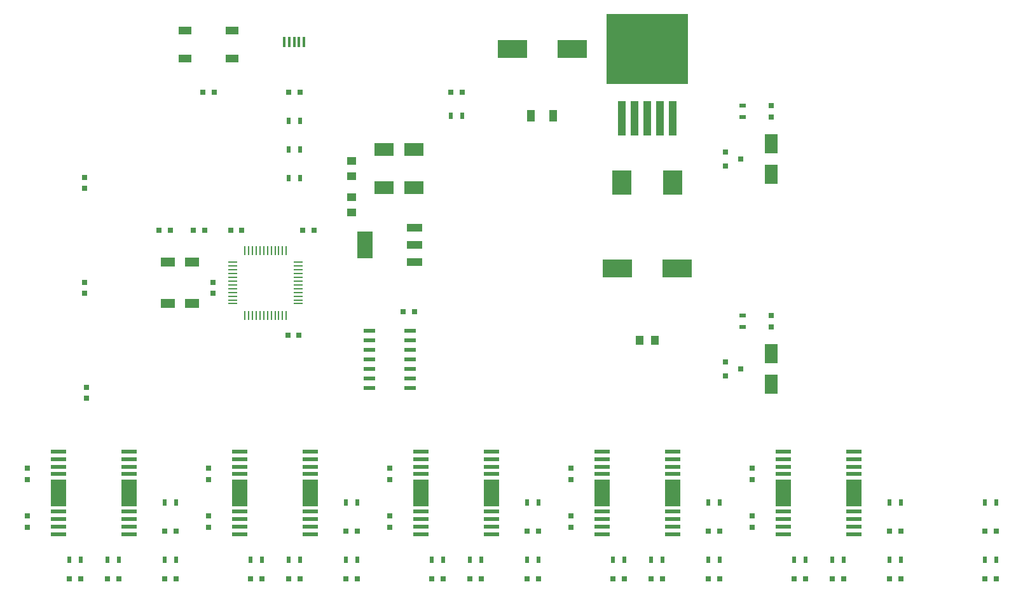
<source format=gbr>
%TF.GenerationSoftware,KiCad,Pcbnew,5.1.6*%
%TF.CreationDate,2020-10-05T22:52:03-04:00*%
%TF.ProjectId,flowerpower,666c6f77-6572-4706-9f77-65722e6b6963,rev?*%
%TF.SameCoordinates,Original*%
%TF.FileFunction,Paste,Top*%
%TF.FilePolarity,Positive*%
%FSLAX46Y46*%
G04 Gerber Fmt 4.6, Leading zero omitted, Abs format (unit mm)*
G04 Created by KiCad (PCBNEW 5.1.6) date 2020-10-05 22:52:03*
%MOMM*%
%LPD*%
G01*
G04 APERTURE LIST*
%ADD10R,0.500000X0.900000*%
%ADD11R,0.797560X0.797560*%
%ADD12R,1.900000X1.300000*%
%ADD13R,0.800000X0.750000*%
%ADD14R,0.750000X0.800000*%
%ADD15R,1.250000X1.000000*%
%ADD16R,1.000000X1.250000*%
%ADD17R,2.032000X1.016000*%
%ADD18R,2.032000X3.657600*%
%ADD19R,2.000000X3.600000*%
%ADD20R,2.000000X0.600000*%
%ADD21R,0.250000X1.300000*%
%ADD22R,1.300000X0.250000*%
%ADD23R,1.500000X0.600000*%
%ADD24R,1.100000X4.600000*%
%ADD25R,10.800000X9.400000*%
%ADD26R,1.700000X1.000000*%
%ADD27R,0.900000X0.500000*%
%ADD28R,0.800100X0.800100*%
%ADD29R,0.400000X1.350000*%
%ADD30R,1.800860X2.499360*%
%ADD31R,2.499360X1.800860*%
%ADD32R,2.499360X3.299460*%
%ADD33R,1.000000X1.600000*%
%ADD34R,4.000500X2.400300*%
G04 APERTURE END LIST*
D10*
%TO.C,R28*%
X119900000Y-73660000D03*
X121400000Y-73660000D03*
%TD*%
D11*
%TO.C,D26*%
X108470700Y-62230000D03*
X109969300Y-62230000D03*
%TD*%
D12*
%TO.C,Y1*%
X107010000Y-84880000D03*
X107010000Y-90380000D03*
X103810000Y-90380000D03*
X103810000Y-84880000D03*
%TD*%
D13*
%TO.C,C32*%
X123305000Y-80645000D03*
X121805000Y-80645000D03*
%TD*%
D14*
%TO.C,C31*%
X109855000Y-87515000D03*
X109855000Y-89015000D03*
%TD*%
D15*
%TO.C,C5*%
X128270000Y-76200000D03*
X128270000Y-78200000D03*
%TD*%
D16*
%TO.C,C3*%
X168640000Y-95250000D03*
X166640000Y-95250000D03*
%TD*%
D15*
%TO.C,C4*%
X128270000Y-73390000D03*
X128270000Y-71390000D03*
%TD*%
D14*
%TO.C,C19*%
X109220000Y-120130000D03*
X109220000Y-118630000D03*
%TD*%
%TO.C,C21*%
X133350000Y-113780000D03*
X133350000Y-112280000D03*
%TD*%
D17*
%TO.C,U2*%
X136652000Y-84836000D03*
X136652000Y-80264000D03*
X136652000Y-82550000D03*
D18*
X130048000Y-82550000D03*
%TD*%
D19*
%TO.C,U9*%
X195200000Y-115570000D03*
X185800000Y-115570000D03*
D20*
X195200000Y-121070000D03*
X195200000Y-119070000D03*
X195200000Y-118070000D03*
X195200000Y-120070000D03*
X185800000Y-110070000D03*
X185800000Y-111070000D03*
X185800000Y-112070000D03*
X185800000Y-113070000D03*
X185800000Y-118070000D03*
X185800000Y-119070000D03*
X185800000Y-120070000D03*
X185800000Y-121070000D03*
X195200000Y-113070000D03*
X195200000Y-112070000D03*
X195200000Y-111070000D03*
X195200000Y-110070000D03*
%TD*%
D19*
%TO.C,U8*%
X171070000Y-115570000D03*
X161670000Y-115570000D03*
D20*
X171070000Y-121070000D03*
X171070000Y-119070000D03*
X171070000Y-118070000D03*
X171070000Y-120070000D03*
X161670000Y-110070000D03*
X161670000Y-111070000D03*
X161670000Y-112070000D03*
X161670000Y-113070000D03*
X161670000Y-118070000D03*
X161670000Y-119070000D03*
X161670000Y-120070000D03*
X161670000Y-121070000D03*
X171070000Y-113070000D03*
X171070000Y-112070000D03*
X171070000Y-111070000D03*
X171070000Y-110070000D03*
%TD*%
D19*
%TO.C,U7*%
X146940000Y-115570000D03*
X137540000Y-115570000D03*
D20*
X146940000Y-121070000D03*
X146940000Y-119070000D03*
X146940000Y-118070000D03*
X146940000Y-120070000D03*
X137540000Y-110070000D03*
X137540000Y-111070000D03*
X137540000Y-112070000D03*
X137540000Y-113070000D03*
X137540000Y-118070000D03*
X137540000Y-119070000D03*
X137540000Y-120070000D03*
X137540000Y-121070000D03*
X146940000Y-113070000D03*
X146940000Y-112070000D03*
X146940000Y-111070000D03*
X146940000Y-110070000D03*
%TD*%
D19*
%TO.C,U6*%
X122810000Y-115570000D03*
X113410000Y-115570000D03*
D20*
X122810000Y-121070000D03*
X122810000Y-119070000D03*
X122810000Y-118070000D03*
X122810000Y-120070000D03*
X113410000Y-110070000D03*
X113410000Y-111070000D03*
X113410000Y-112070000D03*
X113410000Y-113070000D03*
X113410000Y-118070000D03*
X113410000Y-119070000D03*
X113410000Y-120070000D03*
X113410000Y-121070000D03*
X122810000Y-113070000D03*
X122810000Y-112070000D03*
X122810000Y-111070000D03*
X122810000Y-110070000D03*
%TD*%
D19*
%TO.C,U5*%
X98680000Y-115570000D03*
X89280000Y-115570000D03*
D20*
X98680000Y-121070000D03*
X98680000Y-119070000D03*
X98680000Y-118070000D03*
X98680000Y-120070000D03*
X89280000Y-110070000D03*
X89280000Y-111070000D03*
X89280000Y-112070000D03*
X89280000Y-113070000D03*
X89280000Y-118070000D03*
X89280000Y-119070000D03*
X89280000Y-120070000D03*
X89280000Y-121070000D03*
X98680000Y-113070000D03*
X98680000Y-112070000D03*
X98680000Y-111070000D03*
X98680000Y-110070000D03*
%TD*%
D21*
%TO.C,U4*%
X114090000Y-83280000D03*
X114590000Y-83280000D03*
X115090000Y-83280000D03*
X115590000Y-83280000D03*
X116090000Y-83280000D03*
X116590000Y-83280000D03*
X117090000Y-83280000D03*
X117590000Y-83280000D03*
X118090000Y-83280000D03*
X118590000Y-83280000D03*
X119090000Y-83280000D03*
X119590000Y-83280000D03*
D22*
X121190000Y-84880000D03*
X121190000Y-85380000D03*
X121190000Y-85880000D03*
X121190000Y-86380000D03*
X121190000Y-86880000D03*
X121190000Y-87380000D03*
X121190000Y-87880000D03*
X121190000Y-88380000D03*
X121190000Y-88880000D03*
X121190000Y-89380000D03*
X121190000Y-89880000D03*
X121190000Y-90380000D03*
D21*
X119590000Y-91980000D03*
X119090000Y-91980000D03*
X118590000Y-91980000D03*
X118090000Y-91980000D03*
X117590000Y-91980000D03*
X117090000Y-91980000D03*
X116590000Y-91980000D03*
X116090000Y-91980000D03*
X115590000Y-91980000D03*
X115090000Y-91980000D03*
X114590000Y-91980000D03*
X114090000Y-91980000D03*
D22*
X112490000Y-90380000D03*
X112490000Y-89880000D03*
X112490000Y-89380000D03*
X112490000Y-88880000D03*
X112490000Y-88380000D03*
X112490000Y-87880000D03*
X112490000Y-87380000D03*
X112490000Y-86880000D03*
X112490000Y-86380000D03*
X112490000Y-85880000D03*
X112490000Y-85380000D03*
X112490000Y-84880000D03*
%TD*%
D23*
%TO.C,U3*%
X136050000Y-93980000D03*
X136050000Y-95250000D03*
X136050000Y-96520000D03*
X136050000Y-97790000D03*
X136050000Y-99060000D03*
X136050000Y-100330000D03*
X136050000Y-101600000D03*
X130650000Y-101600000D03*
X130650000Y-100330000D03*
X130650000Y-99060000D03*
X130650000Y-97790000D03*
X130650000Y-96520000D03*
X130650000Y-95250000D03*
X130650000Y-93980000D03*
%TD*%
D24*
%TO.C,U1*%
X171040000Y-65665000D03*
X169340000Y-65665000D03*
X165940000Y-65665000D03*
D25*
X167640000Y-56515000D03*
D24*
X167640000Y-65665000D03*
X164240000Y-65665000D03*
%TD*%
D26*
%TO.C,SW1*%
X112370000Y-57780000D03*
X106070000Y-57780000D03*
X112370000Y-53980000D03*
X106070000Y-53980000D03*
%TD*%
D10*
%TO.C,R27*%
X193790000Y-124460000D03*
X192290000Y-124460000D03*
%TD*%
%TO.C,R26*%
X188710000Y-124460000D03*
X187210000Y-124460000D03*
%TD*%
%TO.C,R25*%
X201410000Y-124460000D03*
X199910000Y-124460000D03*
%TD*%
%TO.C,R24*%
X201410000Y-116840000D03*
X199910000Y-116840000D03*
%TD*%
%TO.C,R23*%
X169660000Y-124460000D03*
X168160000Y-124460000D03*
%TD*%
%TO.C,R22*%
X164580000Y-124460000D03*
X163080000Y-124460000D03*
%TD*%
%TO.C,R21*%
X177280000Y-124460000D03*
X175780000Y-124460000D03*
%TD*%
%TO.C,R20*%
X177280000Y-116840000D03*
X175780000Y-116840000D03*
%TD*%
%TO.C,R19*%
X145530000Y-124460000D03*
X144030000Y-124460000D03*
%TD*%
%TO.C,R18*%
X140450000Y-124460000D03*
X138950000Y-124460000D03*
%TD*%
%TO.C,R17*%
X153150000Y-124460000D03*
X151650000Y-124460000D03*
%TD*%
%TO.C,R16*%
X153150000Y-116840000D03*
X151650000Y-116840000D03*
%TD*%
%TO.C,R15*%
X121400000Y-124460000D03*
X119900000Y-124460000D03*
%TD*%
%TO.C,R14*%
X116320000Y-124460000D03*
X114820000Y-124460000D03*
%TD*%
%TO.C,R13*%
X129020000Y-124460000D03*
X127520000Y-124460000D03*
%TD*%
%TO.C,R12*%
X127520000Y-116840000D03*
X129020000Y-116840000D03*
%TD*%
D27*
%TO.C,R11*%
X180340000Y-91960000D03*
X180340000Y-93460000D03*
%TD*%
%TO.C,R10*%
X180340000Y-64020000D03*
X180340000Y-65520000D03*
%TD*%
D10*
%TO.C,R9*%
X97270000Y-124460000D03*
X95770000Y-124460000D03*
%TD*%
%TO.C,R8*%
X92190000Y-124460000D03*
X90690000Y-124460000D03*
%TD*%
%TO.C,R7*%
X104890000Y-124460000D03*
X103390000Y-124460000D03*
%TD*%
%TO.C,R6*%
X103390000Y-116840000D03*
X104890000Y-116840000D03*
%TD*%
%TO.C,R5*%
X121400000Y-69850000D03*
X119900000Y-69850000D03*
%TD*%
%TO.C,R4*%
X214110000Y-124460000D03*
X212610000Y-124460000D03*
%TD*%
%TO.C,R3*%
X214110000Y-116840000D03*
X212610000Y-116840000D03*
%TD*%
%TO.C,R2*%
X121400000Y-66040000D03*
X119900000Y-66040000D03*
%TD*%
%TO.C,R1*%
X142990000Y-65405000D03*
X141490000Y-65405000D03*
%TD*%
D28*
%TO.C,Q2*%
X180068220Y-99060000D03*
X178069240Y-100010000D03*
X178069240Y-98110000D03*
%TD*%
%TO.C,Q1*%
X180068220Y-71120000D03*
X178069240Y-72070000D03*
X178069240Y-70170000D03*
%TD*%
D29*
%TO.C,J4*%
X119350900Y-55537540D03*
X120000900Y-55537540D03*
X120650900Y-55537540D03*
X121300900Y-55537540D03*
X121950900Y-55537540D03*
%TD*%
D11*
%TO.C,D25*%
X193789300Y-127000000D03*
X192290700Y-127000000D03*
%TD*%
%TO.C,D24*%
X188709300Y-127000000D03*
X187210700Y-127000000D03*
%TD*%
%TO.C,D23*%
X201409300Y-127000000D03*
X199910700Y-127000000D03*
%TD*%
%TO.C,D22*%
X169659300Y-127000000D03*
X168160700Y-127000000D03*
%TD*%
%TO.C,D21*%
X164579300Y-127000000D03*
X163080700Y-127000000D03*
%TD*%
%TO.C,D20*%
X177279300Y-127000000D03*
X175780700Y-127000000D03*
%TD*%
%TO.C,D19*%
X145529300Y-127000000D03*
X144030700Y-127000000D03*
%TD*%
%TO.C,D18*%
X140449300Y-127000000D03*
X138950700Y-127000000D03*
%TD*%
%TO.C,D17*%
X153149300Y-127000000D03*
X151650700Y-127000000D03*
%TD*%
%TO.C,D16*%
X121399300Y-127000000D03*
X119900700Y-127000000D03*
%TD*%
%TO.C,D15*%
X116319300Y-127000000D03*
X114820700Y-127000000D03*
%TD*%
%TO.C,D14*%
X129019300Y-127000000D03*
X127520700Y-127000000D03*
%TD*%
%TO.C,D13*%
X184150000Y-93459300D03*
X184150000Y-91960700D03*
%TD*%
D30*
%TO.C,D12*%
X184150000Y-101058980D03*
X184150000Y-97061020D03*
%TD*%
D11*
%TO.C,D11*%
X184150000Y-65519300D03*
X184150000Y-64020700D03*
%TD*%
D30*
%TO.C,D10*%
X184150000Y-73118980D03*
X184150000Y-69121020D03*
%TD*%
D11*
%TO.C,D9*%
X97269300Y-127000000D03*
X95770700Y-127000000D03*
%TD*%
%TO.C,D8*%
X92189300Y-127000000D03*
X90690700Y-127000000D03*
%TD*%
%TO.C,D7*%
X104889300Y-127000000D03*
X103390700Y-127000000D03*
%TD*%
%TO.C,D6*%
X214109300Y-127000000D03*
X212610700Y-127000000D03*
%TD*%
D31*
%TO.C,D5*%
X132621020Y-69850000D03*
X136618980Y-69850000D03*
%TD*%
%TO.C,D4*%
X136618980Y-74930000D03*
X132621020Y-74930000D03*
%TD*%
D11*
%TO.C,D3*%
X119900700Y-62230000D03*
X121399300Y-62230000D03*
%TD*%
%TO.C,D2*%
X141490700Y-62230000D03*
X142989300Y-62230000D03*
%TD*%
D32*
%TO.C,D1*%
X171041060Y-74295000D03*
X164238940Y-74295000D03*
%TD*%
D33*
%TO.C,C30*%
X155170000Y-65405000D03*
X152170000Y-65405000D03*
%TD*%
D13*
%TO.C,C29*%
X135140000Y-91440000D03*
X136640000Y-91440000D03*
%TD*%
D14*
%TO.C,C28*%
X181610000Y-120130000D03*
X181610000Y-118630000D03*
%TD*%
%TO.C,C27*%
X181610000Y-113780000D03*
X181610000Y-112280000D03*
%TD*%
D13*
%TO.C,C26*%
X199910000Y-120650000D03*
X201410000Y-120650000D03*
%TD*%
D14*
%TO.C,C25*%
X157480000Y-120130000D03*
X157480000Y-118630000D03*
%TD*%
%TO.C,C24*%
X157480000Y-113780000D03*
X157480000Y-112280000D03*
%TD*%
D13*
%TO.C,C23*%
X175780000Y-120650000D03*
X177280000Y-120650000D03*
%TD*%
D14*
%TO.C,C22*%
X133350000Y-120130000D03*
X133350000Y-118630000D03*
%TD*%
D13*
%TO.C,C20*%
X151650000Y-120650000D03*
X153150000Y-120650000D03*
%TD*%
D14*
%TO.C,C18*%
X109220000Y-113780000D03*
X109220000Y-112280000D03*
%TD*%
D13*
%TO.C,C17*%
X129020000Y-120650000D03*
X127520000Y-120650000D03*
%TD*%
D14*
%TO.C,C16*%
X92964000Y-102985000D03*
X92964000Y-101485000D03*
%TD*%
%TO.C,C15*%
X92710000Y-89015000D03*
X92710000Y-87515000D03*
%TD*%
%TO.C,C14*%
X92710000Y-75045000D03*
X92710000Y-73545000D03*
%TD*%
%TO.C,C13*%
X85090000Y-120130000D03*
X85090000Y-118630000D03*
%TD*%
%TO.C,C12*%
X85090000Y-113780000D03*
X85090000Y-112280000D03*
%TD*%
D13*
%TO.C,C11*%
X104890000Y-120650000D03*
X103390000Y-120650000D03*
%TD*%
%TO.C,C10*%
X113665000Y-80645000D03*
X112165000Y-80645000D03*
%TD*%
%TO.C,C9*%
X119785000Y-94615000D03*
X121285000Y-94615000D03*
%TD*%
%TO.C,C8*%
X108700000Y-80645000D03*
X107200000Y-80645000D03*
%TD*%
%TO.C,C7*%
X102640000Y-80645000D03*
X104140000Y-80645000D03*
%TD*%
%TO.C,C6*%
X212610000Y-120650000D03*
X214110000Y-120650000D03*
%TD*%
D34*
%TO.C,C2*%
X171640500Y-85725000D03*
X163639500Y-85725000D03*
%TD*%
%TO.C,C1*%
X157670500Y-56515000D03*
X149669500Y-56515000D03*
%TD*%
M02*

</source>
